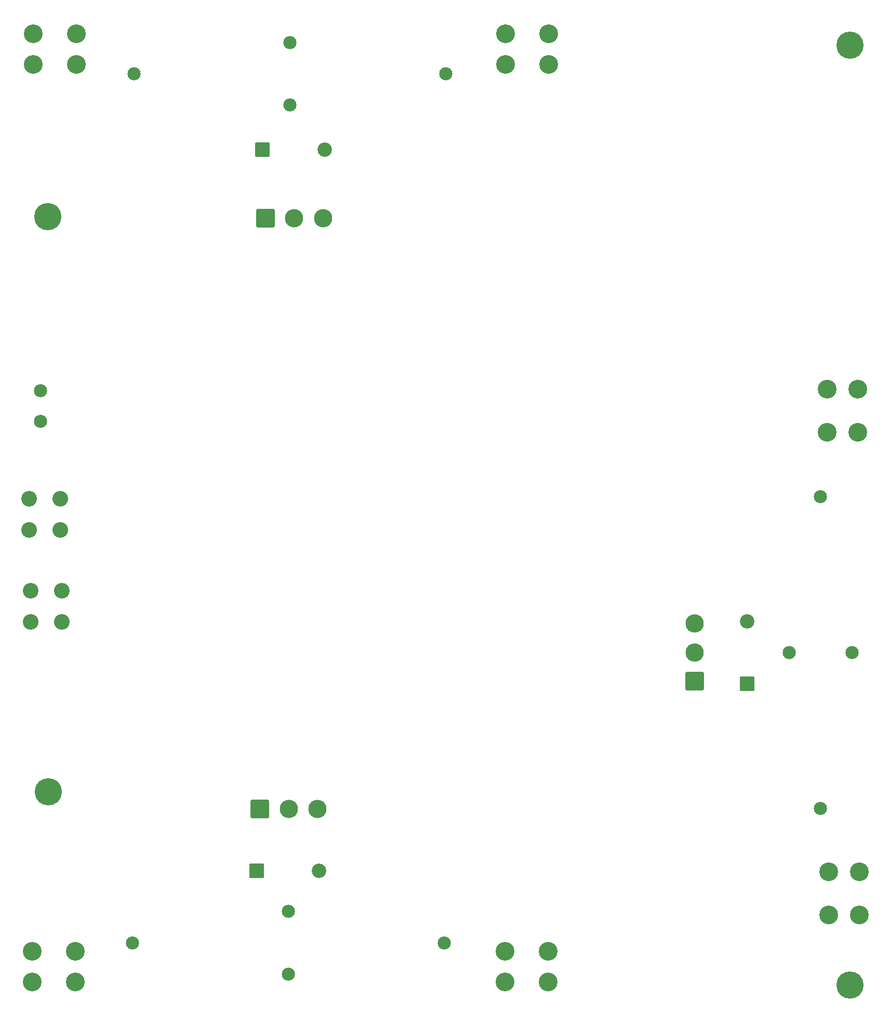
<source format=gbr>
G04 #@! TF.GenerationSoftware,KiCad,Pcbnew,9.0.5*
G04 #@! TF.CreationDate,2025-10-28T12:58:33-04:00*
G04 #@! TF.ProjectId,ReedRelay_Drive_V2,52656564-5265-46c6-9179-5f4472697665,rev?*
G04 #@! TF.SameCoordinates,Original*
G04 #@! TF.FileFunction,Soldermask,Bot*
G04 #@! TF.FilePolarity,Negative*
%FSLAX46Y46*%
G04 Gerber Fmt 4.6, Leading zero omitted, Abs format (unit mm)*
G04 Created by KiCad (PCBNEW 9.0.5) date 2025-10-28 12:58:33*
%MOMM*%
%LPD*%
G01*
G04 APERTURE LIST*
G04 Aperture macros list*
%AMRoundRect*
0 Rectangle with rounded corners*
0 $1 Rounding radius*
0 $2 $3 $4 $5 $6 $7 $8 $9 X,Y pos of 4 corners*
0 Add a 4 corners polygon primitive as box body*
4,1,4,$2,$3,$4,$5,$6,$7,$8,$9,$2,$3,0*
0 Add four circle primitives for the rounded corners*
1,1,$1+$1,$2,$3*
1,1,$1+$1,$4,$5*
1,1,$1+$1,$6,$7*
1,1,$1+$1,$8,$9*
0 Add four rect primitives between the rounded corners*
20,1,$1+$1,$2,$3,$4,$5,0*
20,1,$1+$1,$4,$5,$6,$7,0*
20,1,$1+$1,$6,$7,$8,$9,0*
20,1,$1+$1,$8,$9,$2,$3,0*%
G04 Aperture macros list end*
%ADD10C,4.440000*%
%ADD11C,2.150000*%
%ADD12RoundRect,0.102000X-1.387500X-1.387500X1.387500X-1.387500X1.387500X1.387500X-1.387500X1.387500X0*%
%ADD13C,2.979000*%
%ADD14C,3.054000*%
%ADD15RoundRect,0.070000X1.100000X-1.100000X1.100000X1.100000X-1.100000X1.100000X-1.100000X-1.100000X0*%
%ADD16O,2.340000X2.340000*%
%ADD17RoundRect,0.070000X-1.100000X-1.100000X1.100000X-1.100000X1.100000X1.100000X-1.100000X1.100000X0*%
%ADD18RoundRect,0.102000X1.387500X-1.387500X1.387500X1.387500X-1.387500X1.387500X-1.387500X-1.387500X0*%
%ADD19C,2.154000*%
%ADD20C,2.550000*%
G04 APERTURE END LIST*
D10*
X29650000Y-149500000D03*
X29600000Y-55750000D03*
X160250000Y-181000000D03*
X160250000Y-27850000D03*
D11*
X155500000Y-152200000D03*
X155500000Y-101400000D03*
X150400000Y-126800000D03*
X160600000Y-126800000D03*
D12*
X64995000Y-56000000D03*
D13*
X69695000Y-56000000D03*
X74395000Y-56000000D03*
D14*
X111200000Y-31000000D03*
X111200000Y-26000000D03*
X104190000Y-26000000D03*
X104190000Y-31000000D03*
D15*
X143525000Y-131905000D03*
D16*
X143525000Y-121745000D03*
D12*
X64110000Y-152290000D03*
D13*
X68810000Y-152290000D03*
X73510000Y-152290000D03*
D14*
X111065000Y-180540000D03*
X111065000Y-175540000D03*
X104055000Y-175540000D03*
X104055000Y-180540000D03*
D17*
X64565000Y-44825000D03*
D16*
X74725000Y-44825000D03*
D18*
X135000000Y-131500000D03*
D13*
X135000000Y-126800000D03*
X135000000Y-122100000D03*
D11*
X43335000Y-174115000D03*
X94135000Y-174115000D03*
X68735000Y-169015000D03*
X68735000Y-179215000D03*
D14*
X34065000Y-180540000D03*
X34065000Y-175540000D03*
X27055000Y-175540000D03*
X27055000Y-180540000D03*
D19*
X28399800Y-89177400D03*
X28399800Y-84177400D03*
D14*
X156825000Y-169550000D03*
X161825000Y-169550000D03*
X161825000Y-162540000D03*
X156825000Y-162540000D03*
X156525000Y-90935000D03*
X161525000Y-90935000D03*
X161525000Y-83925000D03*
X156525000Y-83925000D03*
D20*
X26499800Y-101727400D03*
X31599800Y-101727400D03*
X31599800Y-106827400D03*
X26499800Y-106827400D03*
D14*
X34200000Y-31000000D03*
X34200000Y-26000000D03*
X27190000Y-26000000D03*
X27190000Y-31000000D03*
D11*
X43645000Y-32500000D03*
X94445000Y-32500000D03*
X69045000Y-27400000D03*
X69045000Y-37600000D03*
D20*
X26749800Y-116727400D03*
X31849800Y-116727400D03*
X26749800Y-121827400D03*
X31849800Y-121827400D03*
D17*
X63605000Y-162415000D03*
D16*
X73765000Y-162415000D03*
M02*

</source>
